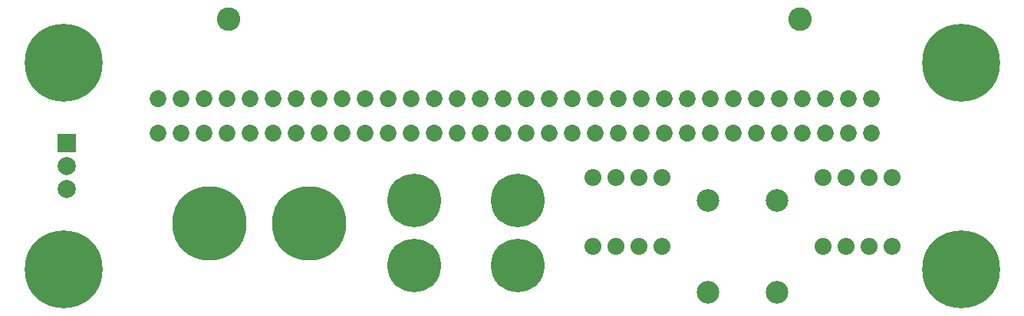
<source format=gbs>
G04 #@! TF.GenerationSoftware,KiCad,Pcbnew,8.0.4*
G04 #@! TF.CreationDate,2024-09-24T23:47:47-04:00*
G04 #@! TF.ProjectId,CommonSlotAdapter,436f6d6d-6f6e-4536-9c6f-744164617074,rev?*
G04 #@! TF.SameCoordinates,Original*
G04 #@! TF.FileFunction,Soldermask,Bot*
G04 #@! TF.FilePolarity,Negative*
%FSLAX46Y46*%
G04 Gerber Fmt 4.6, Leading zero omitted, Abs format (unit mm)*
G04 Created by KiCad (PCBNEW 8.0.4) date 2024-09-24 23:47:47*
%MOMM*%
%LPD*%
G01*
G04 APERTURE LIST*
%ADD10C,2.000000*%
%ADD11R,2.000000X2.000000*%
%ADD12C,2.600000*%
%ADD13C,1.853200*%
%ADD14C,5.919200*%
%ADD15C,8.203200*%
%ADD16C,8.600000*%
%ADD17C,1.875000*%
%ADD18C,2.500000*%
G04 APERTURE END LIST*
D10*
X89281000Y-82550000D03*
X89281000Y-80010000D03*
D11*
X89281000Y-77470000D03*
D12*
X107164000Y-63684600D03*
X170204000Y-63684600D03*
D13*
X178054000Y-72544600D03*
X175514000Y-72544600D03*
X172974000Y-72544600D03*
X170434000Y-72544600D03*
X167894000Y-72544600D03*
X165354000Y-72544600D03*
X162814000Y-72544600D03*
X160274000Y-72544600D03*
X157734000Y-72544600D03*
X155194000Y-72544600D03*
X152654000Y-72544600D03*
X150114000Y-72544600D03*
X147574000Y-72544600D03*
X145034000Y-72544600D03*
X142494000Y-72544600D03*
X139954000Y-72544600D03*
X137414000Y-72544600D03*
X134874000Y-72544600D03*
X132334000Y-72544600D03*
X129794000Y-72544600D03*
X127254000Y-72544600D03*
X124714000Y-72544600D03*
X122174000Y-72544600D03*
X119634000Y-72544600D03*
X117094000Y-72544600D03*
X114554000Y-72544600D03*
X112014000Y-72544600D03*
X109474000Y-72544600D03*
X106934000Y-72544600D03*
X104394000Y-72544600D03*
X101854000Y-72544600D03*
X99314000Y-72544600D03*
X99314000Y-76344600D03*
X101854000Y-76344600D03*
X104394000Y-76344600D03*
X106934000Y-76344600D03*
X109474000Y-76344600D03*
X112014000Y-76344600D03*
X114554000Y-76344600D03*
X117094000Y-76344600D03*
X119634000Y-76344600D03*
X122174000Y-76344600D03*
X124714000Y-76344600D03*
X127254000Y-76344600D03*
X129794000Y-76344600D03*
X132334000Y-76344600D03*
X134874000Y-76344600D03*
X137414000Y-76344600D03*
X139954000Y-76344600D03*
X142494000Y-76344600D03*
X145034000Y-76344600D03*
X147574000Y-76344600D03*
X150114000Y-76344600D03*
X152654000Y-76344600D03*
X155194000Y-76344600D03*
X157734000Y-76344600D03*
X160274000Y-76344600D03*
X162814000Y-76344600D03*
X165354000Y-76344600D03*
X167894000Y-76344600D03*
X170434000Y-76344600D03*
X172974000Y-76344600D03*
X175514000Y-76344600D03*
X178054000Y-76344600D03*
D14*
X139065000Y-91020000D03*
X139065000Y-83820000D03*
X127635000Y-91020000D03*
X127635000Y-83820000D03*
D15*
X104990000Y-86360000D03*
X115990000Y-86360000D03*
D16*
X187960000Y-91440000D03*
X88900000Y-91440000D03*
X187960000Y-68580000D03*
X88900000Y-68580000D03*
D17*
X172720000Y-81280000D03*
X172720000Y-88900000D03*
X175260000Y-81280000D03*
X175260000Y-88900000D03*
X177800000Y-81280000D03*
X177800000Y-88900000D03*
X180340000Y-81280000D03*
X180340000Y-88900000D03*
X147320000Y-81280000D03*
X147320000Y-88900000D03*
X149860000Y-81280000D03*
X149860000Y-88900000D03*
X152400000Y-81280000D03*
X152400000Y-88900000D03*
X154940000Y-81280000D03*
X154940000Y-88900000D03*
D18*
X167640000Y-93980000D03*
X167640000Y-83820000D03*
X160020000Y-93980000D03*
X160020000Y-83820000D03*
M02*

</source>
